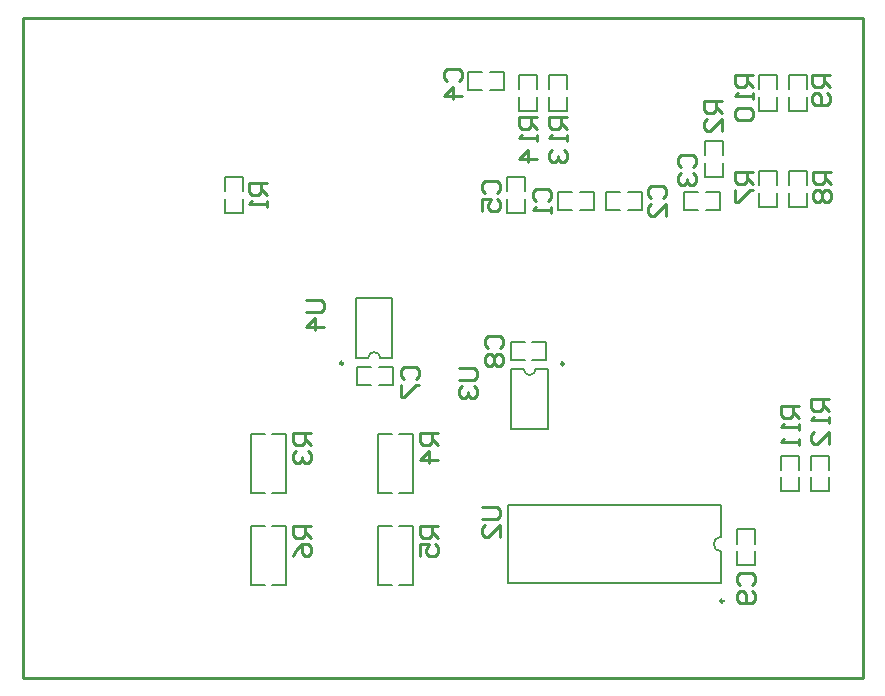
<source format=gbo>
%FSLAX23Y23*%
%MOIN*%
G70*
G01*
G75*
%ADD10R,0.134X0.071*%
%ADD11C,0.008*%
%ADD12C,0.012*%
%ADD13C,0.010*%
%ADD14C,0.063*%
%ADD15C,0.055*%
%ADD16P,0.055X8X0*%
%ADD17C,0.180*%
%ADD18C,0.065*%
%ADD19R,0.055X0.055*%
%ADD20C,0.217*%
%ADD21R,0.059X0.059*%
%ADD22C,0.059*%
%ADD23C,0.025*%
%ADD24R,0.035X0.028*%
%ADD25R,0.028X0.035*%
%ADD26R,0.031X0.012*%
%ADD27R,0.065X0.012*%
%ADD28R,0.024X0.087*%
%ADD29C,0.008*%
%ADD30C,0.007*%
%ADD31C,0.009*%
%ADD32C,0.006*%
%ADD33R,0.008X0.020*%
%ADD34R,0.008X0.020*%
%ADD35C,0.010*%
D13*
X960Y815D02*
X900D01*
Y785D01*
X910Y775D01*
X930D01*
X940Y785D01*
Y815D01*
Y795D02*
X960Y775D01*
X910Y755D02*
X900Y745D01*
Y725D01*
X910Y715D01*
X920D01*
X930Y725D01*
Y735D01*
Y725D01*
X940Y715D01*
X950D01*
X960Y725D01*
Y745D01*
X950Y755D01*
X1385Y815D02*
X1325D01*
Y785D01*
X1335Y775D01*
X1355D01*
X1365Y785D01*
Y815D01*
Y795D02*
X1385Y775D01*
Y725D02*
X1325D01*
X1355Y755D01*
Y715D01*
X1385Y505D02*
X1325D01*
Y475D01*
X1335Y465D01*
X1355D01*
X1365Y475D01*
Y505D01*
Y485D02*
X1385Y465D01*
X1325Y405D02*
Y445D01*
X1355D01*
X1345Y425D01*
Y415D01*
X1355Y405D01*
X1375D01*
X1385Y415D01*
Y435D01*
X1375Y445D01*
X960Y505D02*
X900D01*
Y475D01*
X910Y465D01*
X930D01*
X940Y475D01*
Y505D01*
Y485D02*
X960Y465D01*
X900Y405D02*
X910Y425D01*
X930Y445D01*
X950D01*
X960Y435D01*
Y415D01*
X950Y405D01*
X940D01*
X930Y415D01*
Y445D01*
X1533Y571D02*
X1583D01*
X1593Y561D01*
Y541D01*
X1583Y531D01*
X1533D01*
X1593Y471D02*
Y511D01*
X1553Y471D01*
X1543D01*
X1533Y481D01*
Y501D01*
X1543Y511D01*
X1710Y1590D02*
X1700Y1600D01*
Y1620D01*
X1710Y1630D01*
X1750D01*
X1760Y1620D01*
Y1600D01*
X1750Y1590D01*
X1760Y1570D02*
Y1550D01*
Y1560D01*
X1700D01*
X1710Y1570D01*
X2095Y1600D02*
X2085Y1610D01*
Y1630D01*
X2095Y1640D01*
X2135D01*
X2145Y1630D01*
Y1610D01*
X2135Y1600D01*
X2145Y1540D02*
Y1580D01*
X2105Y1540D01*
X2095D01*
X2085Y1550D01*
Y1570D01*
X2095Y1580D01*
X2196Y1703D02*
X2186Y1713D01*
Y1733D01*
X2196Y1743D01*
X2236D01*
X2246Y1733D01*
Y1713D01*
X2236Y1703D01*
X2196Y1683D02*
X2186Y1673D01*
Y1653D01*
X2196Y1643D01*
X2206D01*
X2216Y1653D01*
Y1663D01*
Y1653D01*
X2226Y1643D01*
X2236D01*
X2246Y1653D01*
Y1673D01*
X2236Y1683D01*
X1415Y1990D02*
X1405Y2000D01*
Y2020D01*
X1415Y2030D01*
X1455D01*
X1465Y2020D01*
Y2000D01*
X1455Y1990D01*
X1465Y1940D02*
X1405D01*
X1435Y1970D01*
Y1930D01*
X1540Y1615D02*
X1530Y1625D01*
Y1645D01*
X1540Y1655D01*
X1580D01*
X1590Y1645D01*
Y1625D01*
X1580Y1615D01*
X1530Y1555D02*
Y1595D01*
X1560D01*
X1550Y1575D01*
Y1565D01*
X1560Y1555D01*
X1580D01*
X1590Y1565D01*
Y1585D01*
X1580Y1595D01*
X815Y1650D02*
X755D01*
Y1620D01*
X765Y1610D01*
X785D01*
X795Y1620D01*
Y1650D01*
Y1630D02*
X815Y1610D01*
Y1590D02*
Y1570D01*
Y1580D01*
X755D01*
X765Y1590D01*
X2435Y1685D02*
X2375D01*
Y1655D01*
X2385Y1645D01*
X2405D01*
X2415Y1655D01*
Y1685D01*
Y1665D02*
X2435Y1645D01*
X2375Y1625D02*
Y1585D01*
X2385D01*
X2425Y1625D01*
X2435D01*
X2695Y1685D02*
X2635D01*
Y1655D01*
X2645Y1645D01*
X2665D01*
X2675Y1655D01*
Y1685D01*
Y1665D02*
X2695Y1645D01*
X2645Y1625D02*
X2635Y1615D01*
Y1595D01*
X2645Y1585D01*
X2655D01*
X2665Y1595D01*
X2675Y1585D01*
X2685D01*
X2695Y1595D01*
Y1615D01*
X2685Y1625D01*
X2675D01*
X2665Y1615D01*
X2655Y1625D01*
X2645D01*
X2665Y1615D02*
Y1595D01*
X2690Y2010D02*
X2630D01*
Y1980D01*
X2640Y1970D01*
X2660D01*
X2670Y1980D01*
Y2010D01*
Y1990D02*
X2690Y1970D01*
X2680Y1950D02*
X2690Y1940D01*
Y1920D01*
X2680Y1910D01*
X2640D01*
X2630Y1920D01*
Y1940D01*
X2640Y1950D01*
X2650D01*
X2660Y1940D01*
Y1910D01*
X2435Y2010D02*
X2375D01*
Y1980D01*
X2385Y1970D01*
X2405D01*
X2415Y1980D01*
Y2010D01*
Y1990D02*
X2435Y1970D01*
Y1950D02*
Y1930D01*
Y1940D01*
X2375D01*
X2385Y1950D01*
Y1900D02*
X2375Y1890D01*
Y1870D01*
X2385Y1860D01*
X2425D01*
X2435Y1870D01*
Y1890D01*
X2425Y1900D01*
X2385D01*
X2587Y906D02*
X2527D01*
Y876D01*
X2537Y866D01*
X2557D01*
X2567Y876D01*
Y906D01*
Y886D02*
X2587Y866D01*
Y846D02*
Y826D01*
Y836D01*
X2527D01*
X2537Y846D01*
X2587Y796D02*
Y776D01*
Y786D01*
X2527D01*
X2537Y796D01*
X1270Y995D02*
X1260Y1005D01*
Y1025D01*
X1270Y1035D01*
X1310D01*
X1320Y1025D01*
Y1005D01*
X1310Y995D01*
X1260Y975D02*
Y935D01*
X1270D01*
X1310Y975D01*
X1320D01*
X1553Y1100D02*
X1543Y1110D01*
Y1130D01*
X1553Y1140D01*
X1593D01*
X1603Y1130D01*
Y1110D01*
X1593Y1100D01*
X1553Y1080D02*
X1543Y1070D01*
Y1050D01*
X1553Y1040D01*
X1563D01*
X1573Y1050D01*
X1583Y1040D01*
X1593D01*
X1603Y1050D01*
Y1070D01*
X1593Y1080D01*
X1583D01*
X1573Y1070D01*
X1563Y1080D01*
X1553D01*
X1573Y1070D02*
Y1050D01*
X2687Y931D02*
X2627D01*
Y901D01*
X2637Y891D01*
X2657D01*
X2667Y901D01*
Y931D01*
Y911D02*
X2687Y891D01*
Y871D02*
Y851D01*
Y861D01*
X2627D01*
X2637Y871D01*
X2687Y781D02*
Y821D01*
X2647Y781D01*
X2637D01*
X2627Y791D01*
Y811D01*
X2637Y821D01*
X1815Y1870D02*
X1755D01*
Y1840D01*
X1765Y1830D01*
X1785D01*
X1795Y1840D01*
Y1870D01*
Y1850D02*
X1815Y1830D01*
Y1810D02*
Y1790D01*
Y1800D01*
X1755D01*
X1765Y1810D01*
Y1760D02*
X1755Y1750D01*
Y1730D01*
X1765Y1720D01*
X1775D01*
X1785Y1730D01*
Y1740D01*
Y1730D01*
X1795Y1720D01*
X1805D01*
X1815Y1730D01*
Y1750D01*
X1805Y1760D01*
X1715Y1870D02*
X1655D01*
Y1840D01*
X1665Y1830D01*
X1685D01*
X1695Y1840D01*
Y1870D01*
Y1850D02*
X1715Y1830D01*
Y1810D02*
Y1790D01*
Y1800D01*
X1655D01*
X1665Y1810D01*
X1715Y1730D02*
X1655D01*
X1685Y1760D01*
Y1720D01*
X1456Y1032D02*
X1506D01*
X1516Y1022D01*
Y1002D01*
X1506Y992D01*
X1456D01*
X1466Y972D02*
X1456Y962D01*
Y942D01*
X1466Y932D01*
X1476D01*
X1486Y942D01*
Y952D01*
Y942D01*
X1496Y932D01*
X1506D01*
X1516Y942D01*
Y962D01*
X1506Y972D01*
X945Y1260D02*
X995D01*
X1005Y1250D01*
Y1230D01*
X995Y1220D01*
X945D01*
X1005Y1170D02*
X945D01*
X975Y1200D01*
Y1160D01*
X2390Y309D02*
X2380Y319D01*
Y339D01*
X2390Y349D01*
X2430D01*
X2440Y339D01*
Y319D01*
X2430Y309D01*
Y289D02*
X2440Y279D01*
Y259D01*
X2430Y249D01*
X2390D01*
X2380Y259D01*
Y279D01*
X2390Y289D01*
X2400D01*
X2410Y279D01*
Y249D01*
X2331Y1922D02*
X2271D01*
Y1892D01*
X2281Y1882D01*
X2301D01*
X2311Y1892D01*
Y1922D01*
Y1902D02*
X2331Y1882D01*
Y1822D02*
Y1862D01*
X2291Y1822D01*
X2281D01*
X2271Y1832D01*
Y1852D01*
X2281Y1862D01*
X0Y2200D02*
X2800D01*
Y0D02*
Y2200D01*
X0Y0D02*
X2800D01*
X0D02*
Y2201D01*
D29*
X1192Y1066D02*
G03*
X1152Y1066I-20J0D01*
G01*
X1670Y1030D02*
G03*
X1710Y1030I20J0D01*
G01*
X2329Y471D02*
G03*
X2329Y421I0J-25D01*
G01*
X1904Y1560D02*
Y1620D01*
X1786Y1560D02*
Y1620D01*
X1833D01*
X1786Y1560D02*
X1833D01*
X1857D02*
X1904D01*
X1857Y1620D02*
X1904D01*
X2324Y1560D02*
Y1620D01*
X2206Y1560D02*
Y1620D01*
X2253D01*
X2206Y1560D02*
X2253D01*
X2277D02*
X2324D01*
X2277Y1620D02*
X2324D01*
X1486Y1960D02*
Y2020D01*
X1604Y1960D02*
Y2020D01*
X1557Y1960D02*
X1604D01*
X1557Y2020D02*
X1604D01*
X1486D02*
X1533D01*
X1486Y1960D02*
X1533D01*
X1615Y1551D02*
X1675D01*
X1615Y1669D02*
X1675D01*
Y1622D02*
Y1669D01*
X1615Y1622D02*
Y1669D01*
Y1551D02*
Y1598D01*
X1675Y1551D02*
Y1598D01*
X675Y1669D02*
X735D01*
X675Y1551D02*
X735D01*
X675D02*
Y1598D01*
X735Y1551D02*
Y1598D01*
Y1622D02*
Y1669D01*
X675Y1622D02*
Y1669D01*
X2455Y1571D02*
X2515D01*
X2455Y1689D02*
X2515D01*
Y1642D02*
Y1689D01*
X2455Y1642D02*
Y1689D01*
Y1571D02*
Y1618D01*
X2515Y1571D02*
Y1618D01*
X2555Y1571D02*
X2615D01*
X2555Y1689D02*
X2615D01*
Y1642D02*
Y1689D01*
X2555Y1642D02*
Y1689D01*
Y1571D02*
Y1618D01*
X2615Y1571D02*
Y1618D01*
X2555Y2009D02*
X2615D01*
X2555Y1891D02*
X2615D01*
X2555D02*
Y1938D01*
X2615Y1891D02*
Y1938D01*
Y1962D02*
Y2009D01*
X2555Y1962D02*
Y2009D01*
X2455D02*
X2515D01*
X2455Y1891D02*
X2515D01*
X2455D02*
Y1938D01*
X2515Y1891D02*
Y1938D01*
Y1962D02*
Y2009D01*
X2455Y1962D02*
Y2009D01*
X879Y616D02*
Y676D01*
X761Y616D02*
Y676D01*
Y616D02*
X808D01*
X832D02*
X879D01*
Y676D02*
Y813D01*
X761Y676D02*
Y813D01*
X808D01*
X832D02*
X879D01*
X1303Y616D02*
Y676D01*
X1185Y616D02*
Y676D01*
Y616D02*
X1232D01*
X1256D02*
X1303D01*
Y676D02*
Y813D01*
X1185Y676D02*
Y813D01*
X1232D01*
X1256D02*
X1303D01*
X761Y309D02*
X808D01*
X832D02*
X879D01*
Y446D01*
X761Y309D02*
Y446D01*
Y506D02*
X808D01*
X832D02*
X879D01*
Y446D02*
Y506D01*
X761Y446D02*
Y506D01*
X1185Y309D02*
X1232D01*
X1185Y446D02*
Y506D01*
X1303Y446D02*
Y506D01*
X1256D02*
X1303D01*
X1185D02*
X1232D01*
X1185Y309D02*
Y446D01*
X1303Y309D02*
Y446D01*
X1256Y309D02*
X1303D01*
X1233Y1066D02*
Y1266D01*
X1111Y1066D02*
Y1266D01*
X1233D01*
X1192Y1066D02*
X1233D01*
X1111D02*
X1152D01*
X1629Y830D02*
Y1030D01*
X1751Y830D02*
Y1030D01*
X1629Y830D02*
X1751D01*
X1629Y1030D02*
X1670D01*
X1710D02*
X1751D01*
X1698Y1120D02*
X1745D01*
X1698Y1060D02*
X1745D01*
X1627D02*
X1674D01*
X1627Y1120D02*
X1674D01*
X1627Y1060D02*
Y1120D01*
X1745Y1060D02*
Y1120D01*
X2275Y1742D02*
Y1789D01*
X2335Y1742D02*
Y1789D01*
Y1671D02*
Y1718D01*
X2275Y1671D02*
Y1718D01*
Y1671D02*
X2335D01*
X2275Y1789D02*
X2335D01*
X2443Y377D02*
Y424D01*
X2383Y377D02*
Y424D01*
Y448D02*
Y495D01*
X2443Y448D02*
Y495D01*
X2383D02*
X2443D01*
X2383Y377D02*
X2443D01*
X2629Y693D02*
Y740D01*
X2689Y693D02*
Y740D01*
Y622D02*
Y669D01*
X2629Y622D02*
Y669D01*
Y622D02*
X2689D01*
X2629Y740D02*
X2689D01*
X1116Y976D02*
X1163D01*
X1116Y1036D02*
X1163D01*
X1187D02*
X1234D01*
X1187Y976D02*
X1234D01*
Y1036D01*
X1116Y976D02*
Y1036D01*
X1815Y1891D02*
Y1938D01*
X1755Y1891D02*
Y1938D01*
Y1962D02*
Y2009D01*
X1815Y1962D02*
Y2009D01*
X1755D02*
X1815D01*
X1755Y1891D02*
X1815D01*
X1715D02*
Y1938D01*
X1655Y1891D02*
Y1938D01*
Y1962D02*
Y2009D01*
X1715Y1962D02*
Y2009D01*
X1655D02*
X1715D01*
X1655Y1891D02*
X1715D01*
X1946Y1560D02*
X1993D01*
X1946Y1620D02*
X1993D01*
X2017D02*
X2064D01*
X2017Y1560D02*
X2064D01*
Y1620D01*
X1946Y1560D02*
Y1620D01*
X2529Y740D02*
X2589D01*
X2529Y622D02*
X2589D01*
X2529D02*
Y669D01*
X2589Y622D02*
Y669D01*
Y693D02*
Y740D01*
X2529Y693D02*
Y740D01*
X1617Y577D02*
X2329D01*
X1617Y315D02*
X2329D01*
X1617D02*
Y577D01*
X2329Y471D02*
Y577D01*
Y315D02*
Y421D01*
D35*
X1068Y1049D02*
G03*
X1068Y1049I-5J0D01*
G01*
X1804Y1047D02*
G03*
X1804Y1047I-5J0D01*
G01*
X2336Y256D02*
G03*
X2336Y256I-5J0D01*
G01*
M02*

</source>
